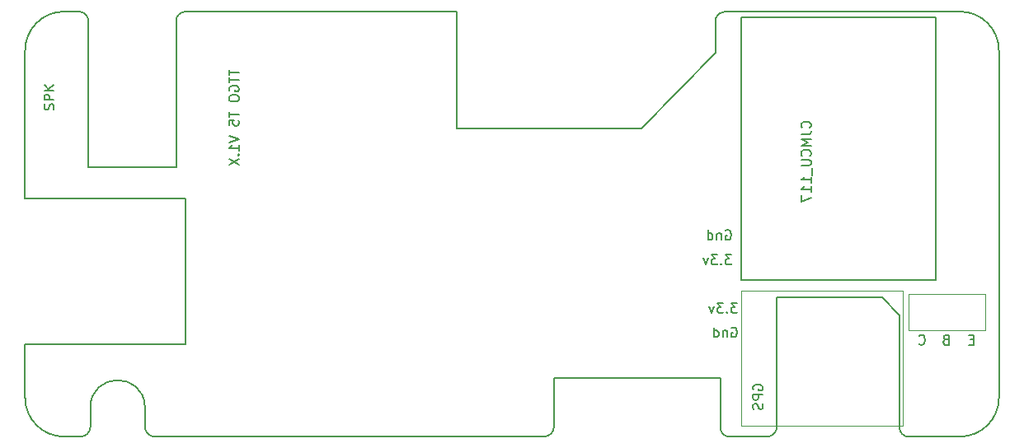
<source format=gbo>
%TF.GenerationSoftware,KiCad,Pcbnew,(5.0.0)*%
%TF.CreationDate,2019-07-04T13:56:56+02:00*%
%TF.ProjectId,Gnu vario V1.10,476E7520766172696F2056312E31302E,V 1.4*%
%TF.SameCoordinates,Original*%
%TF.FileFunction,Legend,Bot*%
%TF.FilePolarity,Positive*%
%FSLAX46Y46*%
G04 Gerber Fmt 4.6, Leading zero omitted, Abs format (unit mm)*
G04 Created by KiCad (PCBNEW (5.0.0)) date 07/04/19 13:56:56*
%MOMM*%
%LPD*%
G01*
G04 APERTURE LIST*
%ADD10C,0.150000*%
%ADD11C,0.100000*%
G04 APERTURE END LIST*
D10*
X162700000Y-95300000D02*
X173500000Y-95300000D01*
X162700000Y-108600000D02*
G75*
G02X161700000Y-109600000I-1000000J0D01*
G01*
X176200000Y-109600000D02*
G75*
G02X175300000Y-108700000I0J900000D01*
G01*
X175300000Y-97100000D02*
X175300000Y-108700000D01*
X173500000Y-95300000D02*
X175300000Y-97100000D01*
X162700000Y-95300000D02*
X162700000Y-108600000D01*
X157800000Y-109600000D02*
G75*
G02X156900000Y-108700000I0J900000D01*
G01*
X85500000Y-69900000D02*
X85500000Y-85100000D01*
X102000000Y-100100000D02*
X85500000Y-100100000D01*
X102000000Y-85100000D02*
X102000000Y-100100000D01*
X101000000Y-85100000D02*
X102000000Y-85100000D01*
X101000000Y-85100000D02*
X85500000Y-85100000D01*
X148800000Y-77900000D02*
X156400000Y-70100000D01*
X129800000Y-77900000D02*
X148800000Y-77900000D01*
X129800000Y-65900000D02*
X129800000Y-77900000D01*
X157800000Y-109600000D02*
X161700000Y-109600000D01*
X175700000Y-65900000D02*
X162400000Y-65900000D01*
X162400000Y-65900000D02*
X157400000Y-65900000D01*
X156402857Y-66600886D02*
G75*
G02X157400000Y-65900000I952331J-295115D01*
G01*
X156400000Y-66600000D02*
X156400000Y-70100000D01*
X98800000Y-109600000D02*
G75*
G02X97800000Y-108600000I0J1000000D01*
G01*
X92198215Y-108600000D02*
G75*
G02X91198215Y-109600000I-1000000J0D01*
G01*
X92198215Y-106600000D02*
G75*
G02X97800000Y-106500000I2801785J0D01*
G01*
X97800000Y-108600000D02*
X97800000Y-106500000D01*
X92200000Y-108600000D02*
X92198215Y-106600000D01*
X139800000Y-108600000D02*
G75*
G02X138800000Y-109600000I-1000000J0D01*
G01*
X101000000Y-66900000D02*
G75*
G02X102000000Y-65900000I1000000J0D01*
G01*
X91000000Y-65900000D02*
G75*
G02X92000000Y-66900000I0J-1000000D01*
G01*
X85500000Y-69900000D02*
G75*
G02X89500000Y-65900000I4000000J0D01*
G01*
X89500000Y-109600000D02*
G75*
G02X85500000Y-105600000I0J4000000D01*
G01*
X185500000Y-105600000D02*
G75*
G02X181500000Y-109600000I-4000000J0D01*
G01*
X181500000Y-65900000D02*
G75*
G02X185500000Y-69900000I0J-4000000D01*
G01*
X156900000Y-103600000D02*
X139800000Y-103600000D01*
X139800000Y-103600000D02*
X139800000Y-108600000D01*
X156900000Y-108700000D02*
X156900000Y-103600000D01*
X138800000Y-109600000D02*
X98800000Y-109600000D01*
X181500000Y-109600000D02*
X176200000Y-109600000D01*
X185500000Y-69900000D02*
X185500000Y-105600000D01*
X175700000Y-65900000D02*
X181500000Y-65900000D01*
X102000000Y-65900000D02*
X129800000Y-65900000D01*
X101000000Y-81900000D02*
X101000000Y-66900000D01*
X92000000Y-81900000D02*
X101000000Y-81900000D01*
X92000000Y-66900000D02*
X92000000Y-81900000D01*
X89500000Y-65900000D02*
X91000000Y-65900000D01*
X85500000Y-105600000D02*
X85500000Y-100100000D01*
X91200000Y-109600000D02*
X89500000Y-109600000D01*
X179000000Y-66500000D02*
X179000000Y-93500000D01*
X159000000Y-66500000D02*
X179000000Y-66500000D01*
X179000000Y-93500000D02*
X159000000Y-93500000D01*
X159000000Y-93500000D02*
X159000000Y-66500000D01*
D11*
X159000000Y-108520000D02*
X159000000Y-94620000D01*
X175600000Y-108520000D02*
X159000000Y-108520000D01*
X175600000Y-94620000D02*
X175600000Y-108520000D01*
X159000000Y-94620000D02*
X175600000Y-94620000D01*
X184100000Y-98700000D02*
X176200000Y-98700000D01*
X184100000Y-94900000D02*
X184100000Y-98700000D01*
X176200000Y-94900000D02*
X176200000Y-98700000D01*
X184100000Y-94900000D02*
X176200000Y-94900000D01*
D10*
X166097142Y-77823809D02*
X166144761Y-77776190D01*
X166192380Y-77633333D01*
X166192380Y-77538095D01*
X166144761Y-77395238D01*
X166049523Y-77300000D01*
X165954285Y-77252380D01*
X165763809Y-77204761D01*
X165620952Y-77204761D01*
X165430476Y-77252380D01*
X165335238Y-77300000D01*
X165240000Y-77395238D01*
X165192380Y-77538095D01*
X165192380Y-77633333D01*
X165240000Y-77776190D01*
X165287619Y-77823809D01*
X165192380Y-78538095D02*
X165906666Y-78538095D01*
X166049523Y-78490476D01*
X166144761Y-78395238D01*
X166192380Y-78252380D01*
X166192380Y-78157142D01*
X166192380Y-79014285D02*
X165192380Y-79014285D01*
X165906666Y-79347619D01*
X165192380Y-79680952D01*
X166192380Y-79680952D01*
X166097142Y-80728571D02*
X166144761Y-80680952D01*
X166192380Y-80538095D01*
X166192380Y-80442857D01*
X166144761Y-80300000D01*
X166049523Y-80204761D01*
X165954285Y-80157142D01*
X165763809Y-80109523D01*
X165620952Y-80109523D01*
X165430476Y-80157142D01*
X165335238Y-80204761D01*
X165240000Y-80300000D01*
X165192380Y-80442857D01*
X165192380Y-80538095D01*
X165240000Y-80680952D01*
X165287619Y-80728571D01*
X165192380Y-81157142D02*
X166001904Y-81157142D01*
X166097142Y-81204761D01*
X166144761Y-81252380D01*
X166192380Y-81347619D01*
X166192380Y-81538095D01*
X166144761Y-81633333D01*
X166097142Y-81680952D01*
X166001904Y-81728571D01*
X165192380Y-81728571D01*
X166287619Y-81966666D02*
X166287619Y-82728571D01*
X166192380Y-83490476D02*
X166192380Y-82919047D01*
X166192380Y-83204761D02*
X165192380Y-83204761D01*
X165335238Y-83109523D01*
X165430476Y-83014285D01*
X165478095Y-82919047D01*
X166192380Y-84442857D02*
X166192380Y-83871428D01*
X166192380Y-84157142D02*
X165192380Y-84157142D01*
X165335238Y-84061904D01*
X165430476Y-83966666D01*
X165478095Y-83871428D01*
X165192380Y-84776190D02*
X165192380Y-85442857D01*
X166192380Y-85014285D01*
X157442857Y-88420000D02*
X157538095Y-88372380D01*
X157680952Y-88372380D01*
X157823809Y-88420000D01*
X157919047Y-88515238D01*
X157966666Y-88610476D01*
X158014285Y-88800952D01*
X158014285Y-88943809D01*
X157966666Y-89134285D01*
X157919047Y-89229523D01*
X157823809Y-89324761D01*
X157680952Y-89372380D01*
X157585714Y-89372380D01*
X157442857Y-89324761D01*
X157395238Y-89277142D01*
X157395238Y-88943809D01*
X157585714Y-88943809D01*
X156966666Y-88705714D02*
X156966666Y-89372380D01*
X156966666Y-88800952D02*
X156919047Y-88753333D01*
X156823809Y-88705714D01*
X156680952Y-88705714D01*
X156585714Y-88753333D01*
X156538095Y-88848571D01*
X156538095Y-89372380D01*
X155633333Y-89372380D02*
X155633333Y-88372380D01*
X155633333Y-89324761D02*
X155728571Y-89372380D01*
X155919047Y-89372380D01*
X156014285Y-89324761D01*
X156061904Y-89277142D01*
X156109523Y-89181904D01*
X156109523Y-88896190D01*
X156061904Y-88800952D01*
X156014285Y-88753333D01*
X155919047Y-88705714D01*
X155728571Y-88705714D01*
X155633333Y-88753333D01*
X158028571Y-90912380D02*
X157409523Y-90912380D01*
X157742857Y-91293333D01*
X157600000Y-91293333D01*
X157504761Y-91340952D01*
X157457142Y-91388571D01*
X157409523Y-91483809D01*
X157409523Y-91721904D01*
X157457142Y-91817142D01*
X157504761Y-91864761D01*
X157600000Y-91912380D01*
X157885714Y-91912380D01*
X157980952Y-91864761D01*
X158028571Y-91817142D01*
X156980952Y-91817142D02*
X156933333Y-91864761D01*
X156980952Y-91912380D01*
X157028571Y-91864761D01*
X156980952Y-91817142D01*
X156980952Y-91912380D01*
X156600000Y-90912380D02*
X155980952Y-90912380D01*
X156314285Y-91293333D01*
X156171428Y-91293333D01*
X156076190Y-91340952D01*
X156028571Y-91388571D01*
X155980952Y-91483809D01*
X155980952Y-91721904D01*
X156028571Y-91817142D01*
X156076190Y-91864761D01*
X156171428Y-91912380D01*
X156457142Y-91912380D01*
X156552380Y-91864761D01*
X156600000Y-91817142D01*
X155647619Y-91245714D02*
X155409523Y-91912380D01*
X155171428Y-91245714D01*
X88404761Y-75985714D02*
X88452380Y-75842857D01*
X88452380Y-75604761D01*
X88404761Y-75509523D01*
X88357142Y-75461904D01*
X88261904Y-75414285D01*
X88166666Y-75414285D01*
X88071428Y-75461904D01*
X88023809Y-75509523D01*
X87976190Y-75604761D01*
X87928571Y-75795238D01*
X87880952Y-75890476D01*
X87833333Y-75938095D01*
X87738095Y-75985714D01*
X87642857Y-75985714D01*
X87547619Y-75938095D01*
X87500000Y-75890476D01*
X87452380Y-75795238D01*
X87452380Y-75557142D01*
X87500000Y-75414285D01*
X88452380Y-74985714D02*
X87452380Y-74985714D01*
X87452380Y-74604761D01*
X87500000Y-74509523D01*
X87547619Y-74461904D01*
X87642857Y-74414285D01*
X87785714Y-74414285D01*
X87880952Y-74461904D01*
X87928571Y-74509523D01*
X87976190Y-74604761D01*
X87976190Y-74985714D01*
X88452380Y-73985714D02*
X87452380Y-73985714D01*
X88452380Y-73414285D02*
X87880952Y-73842857D01*
X87452380Y-73414285D02*
X88023809Y-73985714D01*
X106452380Y-71871428D02*
X106452380Y-72442857D01*
X107452380Y-72157142D02*
X106452380Y-72157142D01*
X106452380Y-72633333D02*
X106452380Y-73204761D01*
X107452380Y-72919047D02*
X106452380Y-72919047D01*
X106500000Y-74061904D02*
X106452380Y-73966666D01*
X106452380Y-73823809D01*
X106500000Y-73680952D01*
X106595238Y-73585714D01*
X106690476Y-73538095D01*
X106880952Y-73490476D01*
X107023809Y-73490476D01*
X107214285Y-73538095D01*
X107309523Y-73585714D01*
X107404761Y-73680952D01*
X107452380Y-73823809D01*
X107452380Y-73919047D01*
X107404761Y-74061904D01*
X107357142Y-74109523D01*
X107023809Y-74109523D01*
X107023809Y-73919047D01*
X106452380Y-74728571D02*
X106452380Y-74919047D01*
X106500000Y-75014285D01*
X106595238Y-75109523D01*
X106785714Y-75157142D01*
X107119047Y-75157142D01*
X107309523Y-75109523D01*
X107404761Y-75014285D01*
X107452380Y-74919047D01*
X107452380Y-74728571D01*
X107404761Y-74633333D01*
X107309523Y-74538095D01*
X107119047Y-74490476D01*
X106785714Y-74490476D01*
X106595238Y-74538095D01*
X106500000Y-74633333D01*
X106452380Y-74728571D01*
X106452380Y-76204761D02*
X106452380Y-76776190D01*
X107452380Y-76490476D02*
X106452380Y-76490476D01*
X106452380Y-77585714D02*
X106452380Y-77109523D01*
X106928571Y-77061904D01*
X106880952Y-77109523D01*
X106833333Y-77204761D01*
X106833333Y-77442857D01*
X106880952Y-77538095D01*
X106928571Y-77585714D01*
X107023809Y-77633333D01*
X107261904Y-77633333D01*
X107357142Y-77585714D01*
X107404761Y-77538095D01*
X107452380Y-77442857D01*
X107452380Y-77204761D01*
X107404761Y-77109523D01*
X107357142Y-77061904D01*
X106452380Y-78680952D02*
X107452380Y-79014285D01*
X106452380Y-79347619D01*
X107452380Y-80204761D02*
X107452380Y-79633333D01*
X107452380Y-79919047D02*
X106452380Y-79919047D01*
X106595238Y-79823809D01*
X106690476Y-79728571D01*
X106738095Y-79633333D01*
X107357142Y-80633333D02*
X107404761Y-80680952D01*
X107452380Y-80633333D01*
X107404761Y-80585714D01*
X107357142Y-80633333D01*
X107452380Y-80633333D01*
X106452380Y-81014285D02*
X107452380Y-81680952D01*
X106452380Y-81680952D02*
X107452380Y-81014285D01*
X160300000Y-104785714D02*
X160252380Y-104690476D01*
X160252380Y-104547619D01*
X160300000Y-104404761D01*
X160395238Y-104309523D01*
X160490476Y-104261904D01*
X160680952Y-104214285D01*
X160823809Y-104214285D01*
X161014285Y-104261904D01*
X161109523Y-104309523D01*
X161204761Y-104404761D01*
X161252380Y-104547619D01*
X161252380Y-104642857D01*
X161204761Y-104785714D01*
X161157142Y-104833333D01*
X160823809Y-104833333D01*
X160823809Y-104642857D01*
X161252380Y-105261904D02*
X160252380Y-105261904D01*
X160252380Y-105642857D01*
X160300000Y-105738095D01*
X160347619Y-105785714D01*
X160442857Y-105833333D01*
X160585714Y-105833333D01*
X160680952Y-105785714D01*
X160728571Y-105738095D01*
X160776190Y-105642857D01*
X160776190Y-105261904D01*
X161204761Y-106214285D02*
X161252380Y-106357142D01*
X161252380Y-106595238D01*
X161204761Y-106690476D01*
X161157142Y-106738095D01*
X161061904Y-106785714D01*
X160966666Y-106785714D01*
X160871428Y-106738095D01*
X160823809Y-106690476D01*
X160776190Y-106595238D01*
X160728571Y-106404761D01*
X160680952Y-106309523D01*
X160633333Y-106261904D01*
X160538095Y-106214285D01*
X160442857Y-106214285D01*
X160347619Y-106261904D01*
X160300000Y-106309523D01*
X160252380Y-106404761D01*
X160252380Y-106642857D01*
X160300000Y-106785714D01*
X158042857Y-98420000D02*
X158138095Y-98372380D01*
X158280952Y-98372380D01*
X158423809Y-98420000D01*
X158519047Y-98515238D01*
X158566666Y-98610476D01*
X158614285Y-98800952D01*
X158614285Y-98943809D01*
X158566666Y-99134285D01*
X158519047Y-99229523D01*
X158423809Y-99324761D01*
X158280952Y-99372380D01*
X158185714Y-99372380D01*
X158042857Y-99324761D01*
X157995238Y-99277142D01*
X157995238Y-98943809D01*
X158185714Y-98943809D01*
X157566666Y-98705714D02*
X157566666Y-99372380D01*
X157566666Y-98800952D02*
X157519047Y-98753333D01*
X157423809Y-98705714D01*
X157280952Y-98705714D01*
X157185714Y-98753333D01*
X157138095Y-98848571D01*
X157138095Y-99372380D01*
X156233333Y-99372380D02*
X156233333Y-98372380D01*
X156233333Y-99324761D02*
X156328571Y-99372380D01*
X156519047Y-99372380D01*
X156614285Y-99324761D01*
X156661904Y-99277142D01*
X156709523Y-99181904D01*
X156709523Y-98896190D01*
X156661904Y-98800952D01*
X156614285Y-98753333D01*
X156519047Y-98705714D01*
X156328571Y-98705714D01*
X156233333Y-98753333D01*
X158628571Y-95872380D02*
X158009523Y-95872380D01*
X158342857Y-96253333D01*
X158200000Y-96253333D01*
X158104761Y-96300952D01*
X158057142Y-96348571D01*
X158009523Y-96443809D01*
X158009523Y-96681904D01*
X158057142Y-96777142D01*
X158104761Y-96824761D01*
X158200000Y-96872380D01*
X158485714Y-96872380D01*
X158580952Y-96824761D01*
X158628571Y-96777142D01*
X157580952Y-96777142D02*
X157533333Y-96824761D01*
X157580952Y-96872380D01*
X157628571Y-96824761D01*
X157580952Y-96777142D01*
X157580952Y-96872380D01*
X157200000Y-95872380D02*
X156580952Y-95872380D01*
X156914285Y-96253333D01*
X156771428Y-96253333D01*
X156676190Y-96300952D01*
X156628571Y-96348571D01*
X156580952Y-96443809D01*
X156580952Y-96681904D01*
X156628571Y-96777142D01*
X156676190Y-96824761D01*
X156771428Y-96872380D01*
X157057142Y-96872380D01*
X157152380Y-96824761D01*
X157200000Y-96777142D01*
X156247619Y-96205714D02*
X156009523Y-96872380D01*
X155771428Y-96205714D01*
X182914285Y-99628571D02*
X182580952Y-99628571D01*
X182438095Y-100152380D02*
X182914285Y-100152380D01*
X182914285Y-99152380D01*
X182438095Y-99152380D01*
X180028571Y-99628571D02*
X179885714Y-99676190D01*
X179838095Y-99723809D01*
X179790476Y-99819047D01*
X179790476Y-99961904D01*
X179838095Y-100057142D01*
X179885714Y-100104761D01*
X179980952Y-100152380D01*
X180361904Y-100152380D01*
X180361904Y-99152380D01*
X180028571Y-99152380D01*
X179933333Y-99200000D01*
X179885714Y-99247619D01*
X179838095Y-99342857D01*
X179838095Y-99438095D01*
X179885714Y-99533333D01*
X179933333Y-99580952D01*
X180028571Y-99628571D01*
X180361904Y-99628571D01*
X177290476Y-100057142D02*
X177338095Y-100104761D01*
X177480952Y-100152380D01*
X177576190Y-100152380D01*
X177719047Y-100104761D01*
X177814285Y-100009523D01*
X177861904Y-99914285D01*
X177909523Y-99723809D01*
X177909523Y-99580952D01*
X177861904Y-99390476D01*
X177814285Y-99295238D01*
X177719047Y-99200000D01*
X177576190Y-99152380D01*
X177480952Y-99152380D01*
X177338095Y-99200000D01*
X177290476Y-99247619D01*
M02*

</source>
